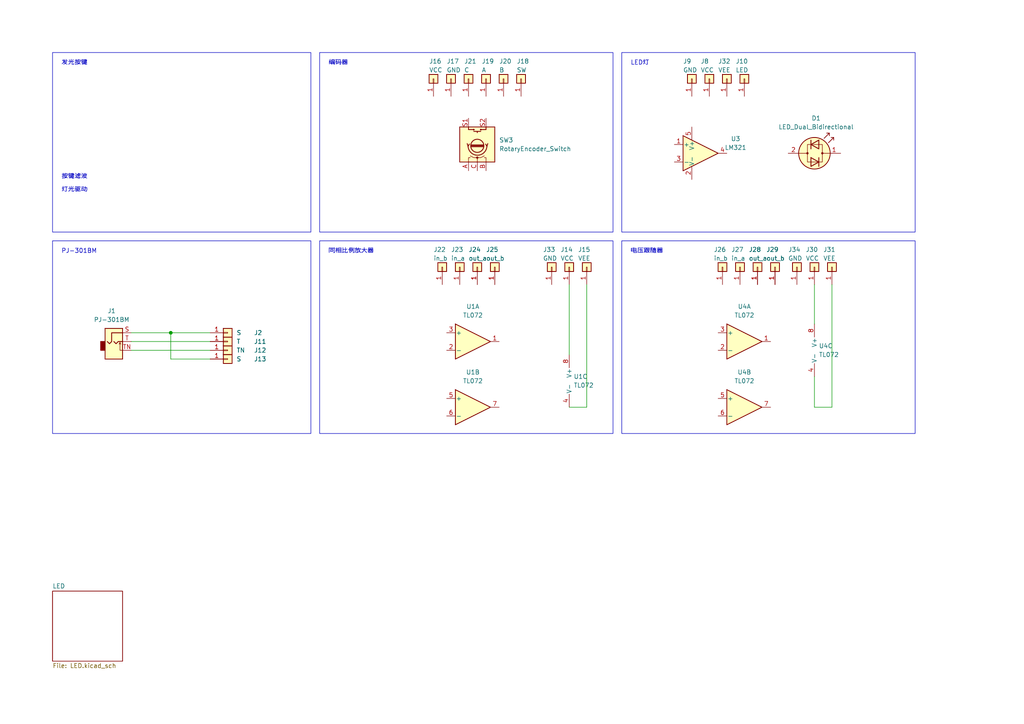
<source format=kicad_sch>
(kicad_sch (version 20230121) (generator eeschema)
  (paper "A4")
  (title_block (title "Encoder") (date "2024-05-11") (rev "laaaaaaaa") (company "noiseoperator"))
  (lib_symbols
    (symbol "Amplifier_Operational:LM321" (pin_names (offset 0.127))
      (property "Reference" "U" (at 0 7.62 0))
      (property "Value" "LM321" (at 0 5.08 0))
      (symbol "LM321_0_1"
        (polyline (pts (xy -5.08 5.08) (xy 5.08 0) (xy -5.08 -5.08) (xy -5.08 5.08)) (stroke (width 0.254)) (fill (type background)))
      )
      (symbol "LM321_1_1"
        (pin input line (at -7.62 2.54 0) (length 2.54) (name "+") (number "1"))
        (pin power_in line (at -2.54 -7.62 90) (length 3.81) (name "V-") (number "2"))
        (pin input line (at -7.62 -2.54 0) (length 2.54) (name "-") (number "3"))
        (pin output line (at 7.62 0 180) (length 2.54) (name "~") (number "4"))
        (pin power_in line (at -2.54 7.62 270) (length 3.81) (name "V+") (number "5"))
      )
    )
    (symbol "Amplifier_Operational:TL072" (pin_names (offset 0.127))
      (property "Reference" "U" (at 0 5.08 0))
      (property "Value" "TL072" (at 0 -5.08 0))
      (symbol "TL072_1_1"
        (polyline (pts (xy -5.08 5.08) (xy 5.08 0) (xy -5.08 -5.08) (xy -5.08 5.08)) (stroke (width 0.254)) (fill (type background)))
        (pin output line (at 7.62 0 180) (length 2.54) (name "~") (number "1"))
        (pin input line (at -7.62 -2.54 0) (length 2.54) (name "-") (number "2"))
        (pin input line (at -7.62 2.54 0) (length 2.54) (name "+") (number "3"))
      )
      (symbol "TL072_2_1"
        (polyline (pts (xy -5.08 5.08) (xy 5.08 0) (xy -5.08 -5.08) (xy -5.08 5.08)) (stroke (width 0.254)) (fill (type background)))
        (pin input line (at -7.62 2.54 0) (length 2.54) (name "+") (number "5"))
        (pin input line (at -7.62 -2.54 0) (length 2.54) (name "-") (number "6"))
        (pin output line (at 7.62 0 180) (length 2.54) (name "~") (number "7"))
      )
      (symbol "TL072_3_1"
        (pin power_in line (at -2.54 -7.62 90) (length 3.81) (name "V-") (number "4"))
        (pin power_in line (at -2.54 7.62 270) (length 3.81) (name "V+") (number "8"))
      )
    )
    (symbol "Connector_Generic:Conn_01x01" (pin_names (offset 1.016) hide)
      (property "Reference" "J" (at 0 2.54 0))
      (property "Value" "Conn_01x01" (at 0 -2.54 0))
      (symbol "Conn_01x01_1_1"
        (rectangle (start -1.27 0.127) (end 0 -0.127) (stroke (width 0.1524)))
        (rectangle (start -1.27 1.27) (end 1.27 -1.27) (stroke (width 0.254)) (fill (type background)))
        (pin passive line (at -5.08 0 0) (length 3.81) (name "Pin_1") (number "1"))
      )
    )
    (symbol "Connector_Generic:Conn_01x03" (pin_names (offset 1.016) hide)
      (property "Reference" "J" (at 0 5.08 0))
      (property "Value" "Conn_01x03" (at 0 -5.08 0))
      (symbol "Conn_01x03_1_1"
        (rectangle (start -1.27 -2.413) (end 0 -2.667) (stroke (width 0.1524)))
        (rectangle (start -1.27 0.127) (end 0 -0.127) (stroke (width 0.1524)))
        (rectangle (start -1.27 2.667) (end 0 2.413) (stroke (width 0.1524)))
        (rectangle (start -1.27 3.81) (end 1.27 -3.81) (stroke (width 0.254)) (fill (type background)))
        (pin passive line (at -5.08 2.54 0) (length 3.81) (name "Pin_1") (number "1"))
        (pin passive line (at -5.08 0 0) (length 3.81) (name "Pin_2") (number "2"))
        (pin passive line (at -5.08 -2.54 0) (length 3.81) (name "Pin_3") (number "3"))
      )
    )
    (symbol "Device:C" (pin_numbers hide) (pin_names (offset 0.254))
      (property "Reference" "C" (at 0.635 2.54 0))
      (property "Value" "C" (at 0.635 -2.54 0))
      (symbol "C_0_1"
        (polyline (pts (xy -2.032 -0.762) (xy 2.032 -0.762)) (stroke (width 0.508)))
        (polyline (pts (xy -2.032 0.762) (xy 2.032 0.762)) (stroke (width 0.508)))
      )
      (symbol "C_1_1"
        (pin passive line (at 0 3.81 270) (length 2.794) (name "~") (number "1"))
        (pin passive line (at 0 -3.81 90) (length 2.794) (name "~") (number "2"))
      )
    )
    (symbol "Device:C_Small" (pin_numbers hide) (pin_names (offset 0.254) hide)
      (property "Reference" "C" (at 0.254 1.778 0))
      (property "Value" "C_Small" (at 0.254 -2.032 0))
      (symbol "C_Small_0_1"
        (polyline (pts (xy -1.524 -0.508) (xy 1.524 -0.508)) (stroke (width 0.3302)))
        (polyline (pts (xy -1.524 0.508) (xy 1.524 0.508)) (stroke (width 0.3048)))
      )
      (symbol "C_Small_1_1"
        (pin passive line (at 0 2.54 270) (length 2.032) (name "~") (number "1"))
        (pin passive line (at 0 -2.54 90) (length 2.032) (name "~") (number "2"))
      )
    )
    (symbol "Device:LED_Dual_Bidirectional" (pin_names (offset 0) hide)
      (property "Reference" "D" (at 0 5.715 0))
      (property "Value" "LED_Dual_Bidirectional" (at 0 -6.35 0))
      (symbol "LED_Dual_Bidirectional_0_1"
        (circle (center -2.032 0) (radius 0.254) (fill (type outline)))
        (polyline (pts (xy -4.572 0) (xy -2.54 0)))
        (polyline (pts (xy -2.032 0) (xy -2.54 0)))
        (polyline (pts (xy -1.016 3.81) (xy -1.016 1.27)) (stroke (width 0.254)))
        (polyline (pts (xy 1.27 -1.27) (xy 1.27 -3.81)) (stroke (width 0.254)))
        (polyline (pts (xy 4.064 0) (xy 2.286 0)) (fill (type outline)))
        (polyline (pts (xy 4.318 5.842) (xy 4.318 5.08)) (stroke (width 0.2032)))
        (polyline (pts (xy 5.588 4.572) (xy 5.588 3.81)) (stroke (width 0.2032)))
        (polyline (pts (xy 2.794 4.318) (xy 4.318 5.842) (xy 3.556 5.842)) (stroke (width 0.2032)))
        (polyline (pts (xy 4.064 3.048) (xy 5.588 4.572) (xy 4.826 4.572)) (stroke (width 0.2032)))
        (polyline (pts (xy -1.016 -1.27) (xy -1.016 -3.81) (xy 1.27 -2.54) (xy -1.016 -1.27)) (stroke (width 0.254)))
        (polyline (pts (xy 1.27 3.81) (xy 1.27 1.27) (xy -1.016 2.54) (xy 1.27 3.81)) (stroke (width 0.254)))
        (polyline (pts (xy 2.286 2.54) (xy -2.032 2.54) (xy -2.032 -2.54) (xy 2.286 -2.54) (xy 2.286 2.54)))
        (circle (center 0 0) (radius 4.572) (stroke (width 0.254)) (fill (type background)))
        (circle (center 2.286 0) (radius 0.254) (fill (type outline)))
      )
      (symbol "LED_Dual_Bidirectional_1_1"
        (pin input line (at 7.62 0 180) (length 3.81) (name "KA") (number "1"))
        (pin input line (at -7.62 0 0) (length 3.048) (name "AK") (number "2"))
      )
    )
    (symbol "Device:R" (pin_numbers hide) (pin_names (offset 0))
      (property "Reference" "R" (at 2.032 0 90))
      (property "Value" "R" (at 0 0 90))
      (symbol "R_0_1"
        (rectangle (start -1.016 -2.54) (end 1.016 2.54) (stroke (width 0.254)))
      )
      (symbol "R_1_1"
        (pin passive line (at 0 3.81 270) (length 1.27) (name "~") (number "1"))
        (pin passive line (at 0 -3.81 90) (length 1.27) (name "~") (number "2"))
      )
    )
    (symbol "Device:R_Small" (pin_numbers hide) (pin_names (offset 0.254) hide)
      (property "Reference" "R" (at 0.762 0.508 0))
      (property "Value" "R_Small" (at 0.762 -1.016 0))
      (symbol "R_Small_0_1"
        (rectangle (start -0.762 1.778) (end 0.762 -1.778) (stroke (width 0.2032)))
      )
      (symbol "R_Small_1_1"
        (pin passive line (at 0 2.54 270) (length 0.762) (name "~") (number "1"))
        (pin passive line (at 0 -2.54 90) (length 0.762) (name "~") (number "2"))
      )
    )
    (symbol "Device:RotaryEncoder_Switch" (pin_names (offset 0.254) hide)
      (property "Reference" "SW" (at 0 6.604 0))
      (property "Value" "RotaryEncoder_Switch" (at 0 -6.604 0))
      (symbol "RotaryEncoder_Switch_0_1"
        (rectangle (start -5.08 5.08) (end 5.08 -5.08) (stroke (width 0.254)) (fill (type background)))
        (circle (center -3.81 0) (radius 0.254) (fill (type outline)))
        (circle (center -0.381 0) (radius 1.905) (stroke (width 0.254)))
        (arc (start -0.381 2.667) (mid -3.0988 -0.0635) (end -0.381 -2.794) (stroke (width 0.254)))
        (polyline (pts (xy -0.635 -1.778) (xy -0.635 1.778)) (stroke (width 0.254)))
        (polyline (pts (xy -0.381 -1.778) (xy -0.381 1.778)) (stroke (width 0.254)))
        (polyline (pts (xy -0.127 1.778) (xy -0.127 -1.778)) (stroke (width 0.254)))
        (polyline (pts (xy 3.81 0) (xy 3.429 0)) (stroke (width 0.254)))
        (polyline (pts (xy 3.81 1.016) (xy 3.81 -1.016)) (stroke (width 0.254)))
        (polyline (pts (xy -5.08 -2.54) (xy -3.81 -2.54) (xy -3.81 -2.032)))
        (polyline (pts (xy -5.08 2.54) (xy -3.81 2.54) (xy -3.81 2.032)))
        (polyline (pts (xy 0.254 -3.048) (xy -0.508 -2.794) (xy 0.127 -2.413)) (stroke (width 0.254)))
        (polyline (pts (xy 0.254 2.921) (xy -0.508 2.667) (xy 0.127 2.286)) (stroke (width 0.254)))
        (polyline (pts (xy 5.08 -2.54) (xy 4.318 -2.54) (xy 4.318 -1.016)) (stroke (width 0.254)))
        (polyline (pts (xy 5.08 2.54) (xy 4.318 2.54) (xy 4.318 1.016)) (stroke (width 0.254)))
        (polyline (pts (xy -5.08 0) (xy -3.81 0) (xy -3.81 -1.016) (xy -3.302 -2.032)))
        (polyline (pts (xy -4.318 0) (xy -3.81 0) (xy -3.81 1.016) (xy -3.302 2.032)))
        (circle (center 4.318 -1.016) (radius 0.127) (stroke (width 0.254)))
        (circle (center 4.318 1.016) (radius 0.127) (stroke (width 0.254)))
      )
      (symbol "RotaryEncoder_Switch_1_1"
        (pin passive line (at -7.62 2.54 0) (length 2.54) (name "A") (number "A"))
        (pin passive line (at -7.62 -2.54 0) (length 2.54) (name "B") (number "B"))
        (pin passive line (at -7.62 0 0) (length 2.54) (name "C") (number "C"))
        (pin passive line (at 7.62 2.54 180) (length 2.54) (name "S1") (number "S1"))
        (pin passive line (at 7.62 -2.54 180) (length 2.54) (name "S2") (number "S2"))
      )
    )
    (symbol "Eurorack:PJ-301BM"
      (property "Reference" "J" (at 0 8.89 0))
      (property "Value" "PJ-301BM" (at 0 6.35 0))
      (symbol "PJ-301BM_0_1"
        (rectangle (start -2.54 0) (end -3.81 -2.54) (stroke (width 0.254)) (fill (type outline)))
        (polyline (pts (xy 1.778 -0.254) (xy 2.032 -0.762)))
        (polyline (pts (xy 0 0) (xy 0.635 -0.635) (xy 1.27 0) (xy 2.54 0)) (stroke (width 0.254)))
        (polyline (pts (xy 2.54 -2.54) (xy 1.778 -2.54) (xy 1.778 -0.254) (xy 1.524 -0.762)))
        (polyline (pts (xy 2.54 2.54) (xy -0.635 2.54) (xy -0.635 0) (xy -1.27 -0.635) (xy -1.905 0)) (stroke (width 0.254)))
        (rectangle (start 2.54 3.81) (end -2.54 -5.08) (stroke (width 0.254)) (fill (type background)))
      )
      (symbol "PJ-301BM_1_1"
        (pin passive line (at 5.08 2.54 180) (length 2.54) (name "~") (number "S"))
        (pin passive line (at 5.08 0 180) (length 2.54) (name "~") (number "T"))
        (pin passive line (at 5.08 -2.54 180) (length 2.54) (name "~") (number "TN"))
      )
    )
    (symbol "Eurorack:SW_LED" (pin_names (offset 1.016) hide)
      (property "Reference" "SW" (at 0.635 5.715 0))
      (property "Value" "SW_LED" (at 0 -3.175 0))
      (symbol "SW_LED_0_0"
        (polyline (pts (xy -3.81 -1.905) (xy -2.54 -0.635)))
        (polyline (pts (xy -2.54 -1.905) (xy -1.27 -0.635)))
        (polyline (pts (xy -2.54 0) (xy 2.54 0)))
        (polyline (pts (xy -0.635 1.27) (xy -0.635 -1.27)))
        (polyline (pts (xy -3.81 -1.27) (xy -3.81 -1.905) (xy -3.175 -1.905)))
        (polyline (pts (xy -2.54 -1.27) (xy -2.54 -1.905) (xy -1.905 -1.905)))
        (polyline (pts (xy -0.635 0) (xy 1.27 1.27) (xy 1.27 -1.27) (xy -0.635 0)) (fill (type outline)))
      )
      (symbol "SW_LED_0_1"
        (circle (center -2.032 2.54) (radius 0.508))
        (polyline (pts (xy -1.524 2.794) (xy 2.032 4.318)))
        (circle (center 2.032 2.54) (radius 0.508))
        (pin passive line (at -5.08 2.54 0) (length 2.54) (name "1") (number "1"))
        (pin passive line (at 5.08 2.54 180) (length 2.54) (name "2") (number "2"))
        (pin passive line (at -5.08 0 0) (length 2.54) (name "K") (number "3"))
        (pin passive line (at 5.08 0 180) (length 2.54) (name "A") (number "4"))
      )
    )
    (symbol "Switch:SW_Push" (pin_numbers hide) (pin_names (offset 1.016) hide)
      (property "Reference" "SW" (at 1.27 2.54 0))
      (property "Value" "SW_Push" (at 0 -1.524 0))
      (symbol "SW_Push_0_1"
        (circle (center -2.032 0) (radius 0.508))
        (polyline (pts (xy 0 1.27) (xy 0 3.048)))
        (polyline (pts (xy 2.54 1.27) (xy -2.54 1.27)))
        (circle (center 2.032 0) (radius 0.508))
        (pin passive line (at -5.08 0 0) (length 2.54) (name "1") (number "1"))
        (pin passive line (at 5.08 0 180) (length 2.54) (name "2") (number "2"))
      )
    )
    (symbol "power:GND" (power) (pin_names (offset 0))
      (property "Value" "GND" (at 0 -3.81 0))
      (symbol "GND_0_1"
        (polyline (pts (xy 0 0) (xy 0 -1.27) (xy 1.27 -1.27) (xy 0 -2.54) (xy -1.27 -1.27) (xy 0 -1.27)))
      )
      (symbol "GND_1_1"
        (pin power_in line (at 0 0 270) (length 0) hide (name "GND") (number "1"))
      )
    )
    (symbol "power:VCC" (power) (pin_names (offset 0))
      (property "Value" "VCC" (at 0 3.81 0))
      (symbol "VCC_0_1"
        (polyline (pts (xy -0.762 1.27) (xy 0 2.54)))
        (polyline (pts (xy 0 0) (xy 0 2.54)))
        (polyline (pts (xy 0 2.54) (xy 0.762 1.27)))
      )
      (symbol "VCC_1_1"
        (pin power_in line (at 0 0 90) (length 0) hide (name "VCC") (number "1"))
      )
    )
  )
  (junction (at -48.26 105.41))
  (junction (at -36.83 105.41))
  (junction (at 237.49 257.81))
  (junction (at -69.85 105.41))
  (junction (at 223.52 257.81))
  (junction (at 49.53 96.52))
  (junction (at -55.88 73.66))
  (junction (at -85.09 105.41))
  (junction (at -55.88 53.34))
  (junction (at 198.12 248.92))
  (wire (pts (xy 198.12 257.81) (xy 207.01 257.81)))
  (wire (pts (xy 223.52 257.81) (xy 223.52 262.89)))
  (wire (pts (xy -85.09 124.46) (xy -36.83 124.46)))
  (wire (pts (xy 260.35 262.89) (xy 262.89 262.89)))
  (wire (pts (xy -48.26 73.66) (xy -48.26 82.55)))
  (wire (pts (xy -50.8 105.41) (xy -48.26 105.41)))
  (wire (pts (xy 60.96 104.14) (xy 49.53 104.14)))
  (wire (pts (xy 236.22 109.22) (xy 236.22 118.11)))
  (wire (pts (xy 241.3 118.11) (xy 236.22 118.11)))
  (wire (pts (xy -55.88 73.66) (xy -55.88 72.39)))
  (wire (pts (xy -85.09 105.41) (xy -85.09 111.76)))
  (wire (pts (xy 255.27 260.35) (xy 255.27 257.81)))
  (wire (pts (xy 223.52 270.51) (xy 223.52 274.32)))
  (wire (pts (xy -55.88 73.66) (xy -55.88 74.93)))
  (wire (pts (xy -60.96 67.31) (xy -74.93 67.31)))
  (wire (pts (xy 170.18 118.11) (xy 165.1 118.11)))
  (wire (pts (xy -36.83 105.41) (xy -21.59 105.41)))
  (wire (pts (xy -55.88 53.34) (xy -55.88 57.15)))
  (wire (pts (xy 262.89 260.35) (xy 255.27 260.35)))
  (wire (pts (xy 262.89 248.92) (xy 198.12 248.92)))
  (wire (pts (xy 237.49 257.81) (xy 237.49 262.89)))
  (wire (pts (xy -55.88 73.66) (xy -48.26 73.66)))
  (wire (pts (xy 241.3 82.55) (xy 241.3 118.11)))
  (wire (pts (xy -92.71 62.23) (xy -85.09 62.23)))
  (wire (pts (xy -74.93 67.31) (xy -74.93 107.95)))
  (wire (pts (xy -55.88 49.53) (xy -55.88 53.34)))
  (wire (pts (xy -60.96 105.41) (xy -69.85 105.41)))
  (wire (pts (xy 38.1 96.52) (xy 49.53 96.52)))
  (wire (pts (xy -92.71 105.41) (xy -85.09 105.41)))
  (wire (pts (xy -24.13 64.77) (xy -45.72 64.77)))
  (wire (pts (xy 170.18 82.55) (xy 170.18 118.11)))
  (wire (pts (xy 49.53 104.14) (xy 49.53 96.52)))
  (wire (pts (xy -36.83 53.34) (xy -55.88 53.34)))
  (wire (pts (xy -24.13 107.95) (xy -24.13 64.77)))
  (wire (pts (xy -85.09 116.84) (xy -85.09 124.46)))
  (wire (pts (xy -36.83 87.63) (xy -36.83 105.41)))
  (wire (pts (xy -50.8 107.95) (xy -24.13 107.95)))
  (wire (pts (xy -36.83 105.41) (xy -36.83 124.46)))
  (wire (pts (xy 223.52 257.81) (xy 237.49 257.81)))
  (wire (pts (xy -48.26 105.41) (xy -36.83 105.41)))
  (wire (pts (xy -80.01 62.23) (xy -60.96 62.23)))
  (wire (pts (xy 198.12 247.65) (xy 198.12 248.92)))
  (wire (pts (xy 38.1 99.06) (xy 60.96 99.06)))
  (wire (pts (xy 198.12 248.92) (xy 198.12 257.81)))
  (wire (pts (xy -85.09 105.41) (xy -69.85 105.41)))
  (wire (pts (xy 49.53 96.52) (xy 60.96 96.52)))
  (wire (pts (xy 236.22 82.55) (xy 236.22 93.98)))
  (wire (pts (xy -69.85 105.41) (xy -69.85 87.63)))
  (wire (pts (xy 38.1 101.6) (xy 60.96 101.6)))
  (wire (pts (xy 165.1 82.55) (xy 165.1 102.87)))
  (wire (pts (xy 262.89 257.81) (xy 262.89 248.92)))
  (wire (pts (xy -36.83 82.55) (xy -36.83 53.34)))
  (wire (pts (xy -69.85 82.55) (xy -69.85 53.34)))
  (wire (pts (xy 237.49 257.81) (xy 255.27 257.81)))
  (wire (pts (xy -69.85 53.34) (xy -55.88 53.34)))
  (wire (pts (xy -74.93 107.95) (xy -60.96 107.95)))
  (wire (pts (xy 237.49 270.51) (xy 237.49 274.32)))
  (wire (pts (xy 260.35 262.89) (xy 260.35 274.32)))
  (wire (pts (xy 217.17 257.81) (xy 223.52 257.81)))
  (wire (pts (xy -48.26 87.63) (xy -48.26 105.41)))
  (rectangle (start 15.24 69.85) (end 90.17 125.73))
  (rectangle (start 92.71 15.24) (end 177.8 67.31))
  (rectangle (start 93.98 232.41) (end 157.48 278.13))
  (rectangle (start 15.24 15.24) (end 90.17 67.31))
  (rectangle (start 182.88 234.95) (end 283.21 281.94))
  (rectangle (start 180.34 69.85) (end 265.43 125.73))
  (rectangle (start 293.37 228.6) (end 356.87 274.32))
  (rectangle (start 92.71 69.85) (end 177.8 125.73))
  (rectangle (start 180.34 15.24) (end 265.43 67.31))
  (text "按键滤波" (at 17.78 52.07 0) (effects (font (size 1.27 1.27)) (justify left bottom)))
  (text "发光按键" (at 17.78 19.05 0) (effects (font (size 1.27 1.27)) (justify left bottom)))
  (text "编码器" (at 95.25 19.05 0) (effects (font (size 1.27 1.27)) (justify left bottom)))
  (text "LED灯" (at 182.88 19.05 0) (effects (font (size 1.27 1.27)) (justify left bottom)))
  (text "同相比例放大器" (at 95.25 73.66 0) (effects (font (size 1.27 1.27)) (justify left bottom)))
  (text "拨动开关" (at 104.14 251.46 0) (effects (font (size 1.27 1.27)) (justify left bottom)))
  (text "PJ-301BM" (at 17.78 73.66 0) (effects (font (size 1.27 1.27)) (justify left bottom)))
  (text "电压跟随器" (at 182.88 73.66 0) (effects (font (size 1.27 1.27)) (justify left bottom)))
  (text "按键" (at 187.96 240.03 0) (effects (font (size 1.27 1.27)) (justify left bottom)))
  (text "灯光驱动" (at 17.78 55.88 0) (effects (font (size 1.27 1.27)) (justify left bottom)))
  (text "电位器" (at 303.53 247.65 0) (effects (font (size 1.27 1.27)) (justify left bottom)))
  (symbol (lib_id "Connector_Generic:Conn_01x01") (at 125.73 22.86 90) (unit 1)
    (property "Reference" "J16" (at 124.46 17.78 90) (effects (justify right)))
    (property "Value" "VCC" (at 124.46 20.32 90) (effects (justify right)))
  )
  (symbol (lib_id "Connector_Generic:Conn_01x01") (at 205.74 22.86 90) (unit 1)
    (property "Reference" "J8" (at 203.2 17.78 90) (effects (justify right)))
    (property "Value" "VCC" (at 203.2 20.32 90) (effects (justify right)))
  )
  (symbol (lib_id "Connector_Generic:Conn_01x01") (at 231.14 77.47 90) (unit 1)
    (property "Reference" "J34" (at 228.6 72.39 90) (effects (justify right)))
    (property "Value" "GND" (at 228.6 74.93 90) (effects (justify right)))
  )
  (symbol (lib_id "Connector_Generic:Conn_01x01") (at 135.89 22.86 90) (unit 1)
    (property "Reference" "J21" (at 134.62 17.78 90) (effects (justify right)))
    (property "Value" "C" (at 134.62 20.32 90) (effects (justify right)))
  )
  (symbol (lib_id "Connector_Generic:Conn_01x01") (at 133.35 77.47 90) (unit 1)
    (property "Reference" "J23" (at 130.81 72.39 90) (effects (justify right)))
    (property "Value" "in_a" (at 130.81 74.93 90) (effects (justify right)))
  )
  (symbol (lib_id "Amplifier_Operational:TL072") (at 238.76 101.6 0) (unit 3)
    (property "Reference" "U4" (at 237.49 100.33 0) (effects (justify left)))
    (property "Value" "TL072" (at 237.49 102.87 0) (effects (justify left)))
    (property "Datasheet" "http://www.ti.com/lit/ds/symlink/tl071.pdf" (effects hide))
  )
  (symbol (lib_id "Connector_Generic:Conn_01x01") (at 66.04 104.14 0) (unit 1)
    (property "Reference" "J13" (at 73.66 104.14 0) (effects (justify left)))
    (property "Value" "S" (at 68.58 104.14 0) (effects (justify left)))
  )
  (symbol (lib_id "Device:C_Small") (at -48.26 85.09 0) (unit 1)
    (property "Reference" "C3" (at -44.45 83.8263 0) (effects (justify left)))
    (property "Value" "0.1uf" (at -44.45 86.3663 0) (effects (justify left)))
  )
  (symbol (lib_id "Device:C_Small") (at -36.83 85.09 0) (unit 1)
    (property "Reference" "C1" (at -33.02 83.8263 0) (effects (justify left)))
    (property "Value" "0.1uf" (at -33.02 86.3663 0) (effects (justify left)))
  )
  (symbol (lib_id "Eurorack:PJ-301BM") (at 33.02 99.06 0) (unit 1)
    (property "Reference" "J1" (at 32.385 90.17 0))
    (property "Value" "PJ-301BM" (at 32.385 92.71 0))
    (property "Footprint" "Eurorack:PJ-301BM" (effects hide))
  )
  (symbol (lib_id "Connector_Generic:Conn_01x01") (at 219.71 77.47 90) (unit 1)
    (property "Reference" "J28" (at 217.17 72.39 90) (effects (justify right)))
    (property "Value" "out_a" (at 217.17 74.93 90) (effects (justify right)))
  )
  (symbol (lib_id "power:GND") (at 237.49 274.32 0) (unit 1)
    (property "Reference" "#PWR05" (effects hide))
    (property "Value" "GND" (at 237.49 279.4 0))
  )
  (symbol (lib_id "Device:LED_Dual_Bidirectional") (at 236.22 44.45 0) (unit 1)
    (property "Reference" "D1" (at 236.7153 34.29 0))
    (property "Value" "LED_Dual_Bidirectional" (at 236.7153 36.83 0))
  )
  (symbol (lib_id "Connector_Generic:Conn_01x01") (at -55.88 80.01 270) (unit 1)
    (property "Reference" "J35" (at -53.34 85.09 90) (effects (justify right)))
    (property "Value" "VEE" (at -53.34 82.55 90) (effects (justify right)))
  )
  (symbol (lib_id "Connector_Generic:Conn_01x01") (at 236.22 77.47 90) (unit 1)
    (property "Reference" "J30" (at 233.68 72.39 90) (effects (justify right)))
    (property "Value" "VCC" (at 233.68 74.93 90) (effects (justify right)))
  )
  (symbol (lib_id "Device:R_Small") (at -82.55 62.23 90) (unit 1)
    (property "Reference" "R8" (at -82.55 57.15 90))
    (property "Value" "10k" (at -82.55 59.69 90))
  )
  (symbol (lib_id "Connector_Generic:Conn_01x01") (at 210.82 22.86 90) (unit 1)
    (property "Reference" "J32" (at 208.28 17.78 90) (effects (justify right)))
    (property "Value" "VEE" (at 208.28 20.32 90) (effects (justify right)))
  )
  (symbol (lib_id "Connector_Generic:Conn_01x01") (at 200.66 22.86 90) (unit 1)
    (property "Reference" "J9" (at 198.12 17.78 90) (effects (justify right)))
    (property "Value" "GND" (at 198.12 20.32 90) (effects (justify right)))
  )
  (symbol (lib_id "Connector_Generic:Conn_01x01") (at 143.51 77.47 90) (unit 1)
    (property "Reference" "J25" (at 140.97 72.39 90) (effects (justify right)))
    (property "Value" "out_b" (at 140.97 74.93 90) (effects (justify right)))
  )
  (symbol (lib_id "Amplifier_Operational:TL072") (at 215.9 118.11 0) (unit 2)
    (property "Reference" "U4" (at 215.9 107.95 0))
    (property "Value" "TL072" (at 215.9 110.49 0))
    (property "Datasheet" "http://www.ti.com/lit/ds/symlink/tl071.pdf" (effects hide))
  )
  (symbol (lib_id "Connector_Generic:Conn_01x01") (at 160.02 77.47 90) (unit 1)
    (property "Reference" "J33" (at 157.48 72.39 90) (effects (justify right)))
    (property "Value" "GND" (at 157.48 74.93 90) (effects (justify right)))
  )
  (symbol (lib_id "Switch:SW_Push") (at 212.09 257.81 0) (unit 1)
    (property "Reference" "SW2" (at 212.09 250.19 0))
    (property "Value" "SW_Push" (at 212.09 252.73 0))
  )
  (symbol (lib_id "Connector_Generic:Conn_01x01") (at 66.04 101.6 0) (unit 1)
    (property "Reference" "J12" (at 73.66 101.6 0) (effects (justify left)))
    (property "Value" "TN" (at 68.58 101.6 0) (effects (justify left)))
  )
  (symbol (lib_id "Connector_Generic:Conn_01x01") (at 130.81 22.86 90) (unit 1)
    (property "Reference" "J17" (at 129.54 17.78 90) (effects (justify right)))
    (property "Value" "GND" (at 129.54 20.32 90) (effects (justify right)))
  )
  (symbol (lib_id "Connector_Generic:Conn_01x01") (at -97.79 105.41 180) (unit 1)
    (property "Reference" "J6" (at -102.87 106.68 90) (effects (justify right)))
    (property "Value" "SW" (at -100.33 106.68 90) (effects (justify right)))
  )
  (symbol (lib_id "Device:C") (at 237.49 266.7 0) (unit 1)
    (property "Reference" "C2" (at 241.3 265.43 0) (effects (justify left)))
    (property "Value" "0.1uf" (at 241.3 267.97 0) (effects (justify left)))
  )
  (symbol (lib_id "Device:R") (at 223.52 266.7 0) (unit 1)
    (property "Reference" "R2" (at 226.06 265.43 0) (effects (justify left)))
    (property "Value" "50k" (at 226.06 267.97 0) (effects (justify left)))
  )
  (symbol (lib_id "Connector_Generic:Conn_01x01") (at 66.04 99.06 0) (unit 1)
    (property "Reference" "J11" (at 73.66 99.06 0) (effects (justify left)))
    (property "Value" "T" (at 68.58 99.06 0) (effects (justify left)))
  )
  (symbol (lib_id "Amplifier_Operational:TL072") (at 167.64 110.49 0) (unit 3)
    (property "Reference" "U1" (at 166.37 109.22 0) (effects (justify left)))
    (property "Value" "TL072" (at 166.37 111.76 0) (effects (justify left)))
    (property "Datasheet" "http://www.ti.com/lit/ds/symlink/tl071.pdf" (effects hide))
  )
  (symbol (lib_id "Connector_Generic:Conn_01x01") (at 241.3 77.47 90) (unit 1)
    (property "Reference" "J31" (at 238.76 72.39 90) (effects (justify right)))
    (property "Value" "VEE" (at 238.76 74.93 90) (effects (justify right)))
  )
  (symbol (lib_id "Connector_Generic:Conn_01x01") (at -16.51 105.41 0) (unit 1)
    (property "Reference" "J5" (at -11.43 104.14 90) (effects (justify right)))
    (property "Value" "GND" (at -13.97 104.14 90) (effects (justify right)))
  )
  (symbol (lib_id "Connector_Generic:Conn_01x03") (at 267.97 260.35 0) (unit 1)
    (property "Reference" "J3" (at 270.51 259.08 0) (effects (justify left)))
    (property "Value" "Conn_01x03" (at 270.51 261.62 0) (effects (justify left)))
    (property "Footprint" "Connector_PinHeader_2.54mm:PinHeader_1x03_P2.54mm_Vertical" (effects hide))
  )
  (symbol (lib_id "power:VCC") (at 198.12 247.65 0) (unit 1)
    (property "Reference" "#PWR03" (effects hide))
    (property "Value" "VCC" (at 198.12 242.57 0))
  )
  (symbol (lib_id "Amplifier_Operational:TL072") (at 137.16 99.06 0) (unit 1)
    (property "Reference" "U1" (at 137.16 88.9 0))
    (property "Value" "TL072" (at 137.16 91.44 0))
    (property "Datasheet" "http://www.ti.com/lit/ds/symlink/tl071.pdf" (effects hide))
  )
  (symbol (lib_id "Connector_Generic:Conn_01x01") (at 214.63 77.47 90) (unit 1)
    (property "Reference" "J27" (at 212.09 72.39 90) (effects (justify right)))
    (property "Value" "in_a" (at 212.09 74.93 90) (effects (justify right)))
  )
  (symbol (lib_id "Amplifier_Operational:TL072") (at 137.16 118.11 0) (unit 2)
    (property "Reference" "U1" (at 137.16 107.95 0))
    (property "Value" "TL072" (at 137.16 110.49 0))
    (property "Datasheet" "http://www.ti.com/lit/ds/symlink/tl071.pdf" (effects hide))
  )
  (symbol (lib_id "Connector_Generic:Conn_01x01") (at 128.27 77.47 90) (unit 1)
    (property "Reference" "J22" (at 125.73 72.39 90) (effects (justify right)))
    (property "Value" "in_b" (at 125.73 74.93 90) (effects (justify right)))
  )
  (symbol (lib_id "Amplifier_Operational:TL072") (at 215.9 99.06 0) (unit 1)
    (property "Reference" "U4" (at 215.9 88.9 0))
    (property "Value" "TL072" (at 215.9 91.44 0))
    (property "Datasheet" "http://www.ti.com/lit/ds/symlink/tl071.pdf" (effects hide))
  )
  (symbol (lib_id "Device:C_Small") (at -85.09 114.3 0) (unit 1)
    (property "Reference" "C4" (at -81.28 113.0363 0) (effects (justify left)))
    (property "Value" "0.1uf" (at -81.28 115.5763 0) (effects (justify left)))
  )
  (symbol (lib_id "Connector_Generic:Conn_01x01") (at 215.9 22.86 90) (unit 1)
    (property "Reference" "J10" (at 213.36 17.78 90) (effects (justify right)))
    (property "Value" "LED" (at 213.36 20.32 90) (effects (justify right)))
  )
  (symbol (lib_id "Connector_Generic:Conn_01x01") (at 151.13 22.86 90) (unit 1)
    (property "Reference" "J18" (at 149.86 17.78 90) (effects (justify right)))
    (property "Value" "SW" (at 149.86 20.32 90) (effects (justify right)))
  )
  (symbol (lib_id "Eurorack:SW_LED") (at -55.88 107.95 0) (unit 1)
    (property "Reference" "SW1" (at -56.515 99.06 0))
    (property "Value" "SW_LED" (at -56.515 101.6 0))
    (property "Footprint" "Eurorack:Button_LED" (effects hide))
  )
  (symbol (lib_id "Device:RotaryEncoder_Switch") (at 138.43 41.91 90) (unit 1)
    (property "Reference" "SW3" (at 144.78 40.64 90) (effects (justify right)))
    (property "Value" "RotaryEncoder_Switch" (at 144.78 43.18 90) (effects (justify right)))
  )
  (symbol (lib_id "Connector_Generic:Conn_01x01") (at 170.18 77.47 90) (unit 1)
    (property "Reference" "J15" (at 167.64 72.39 90) (effects (justify right)))
    (property "Value" "VEE" (at 167.64 74.93 90) (effects (justify right)))
  )
  (symbol (lib_id "Connector_Generic:Conn_01x01") (at 165.1 77.47 90) (unit 1)
    (property "Reference" "J14" (at 162.56 72.39 90) (effects (justify right)))
    (property "Value" "VCC" (at 162.56 74.93 90) (effects (justify right)))
  )
  (symbol (lib_id "Connector_Generic:Conn_01x01") (at 140.97 22.86 90) (unit 1)
    (property "Reference" "J19" (at 139.7 17.78 90) (effects (justify right)))
    (property "Value" "A" (at 139.7 20.32 90) (effects (justify right)))
  )
  (symbol (lib_id "Connector_Generic:Conn_01x01") (at 66.04 96.52 0) (unit 1)
    (property "Reference" "J2" (at 73.66 96.52 0) (effects (justify left)))
    (property "Value" "S" (at 68.58 96.52 0) (effects (justify left)))
  )
  (symbol (lib_id "Connector_Generic:Conn_01x01") (at 146.05 22.86 90) (unit 1)
    (property "Reference" "J20" (at 144.78 17.78 90) (effects (justify right)))
    (property "Value" "B" (at 144.78 20.32 90) (effects (justify right)))
  )
  (symbol (lib_id "power:GND") (at 260.35 274.32 0) (unit 1)
    (property "Reference" "#PWR06" (effects hide))
    (property "Value" "GND" (at 260.35 279.4 0))
  )
  (symbol (lib_id "power:GND") (at 223.52 274.32 0) (unit 1)
    (property "Reference" "#PWR04" (effects hide))
    (property "Value" "GND" (at 223.52 279.4 0))
  )
  (symbol (lib_id "Amplifier_Operational:LM321") (at 203.2 44.45 0) (unit 1)
    (property "Reference" "U3" (at 213.36 40.2591 0))
    (property "Value" "LM321" (at 213.36 42.7991 0))
    (property "Footprint" "Package_TO_SOT_SMD:SOT-23-5" (effects hide))
    (property "Datasheet" "http://www.ti.com/lit/ds/symlink/lm321.pdf" (effects hide))
  )
  (symbol (lib_id "Connector_Generic:Conn_01x01") (at 138.43 77.47 90) (unit 1)
    (property "Reference" "J24" (at 135.89 72.39 90) (effects (justify right)))
    (property "Value" "out_a" (at 135.89 74.93 90) (effects (justify right)))
  )
  (symbol (lib_id "Connector_Generic:Conn_01x01") (at 224.79 77.47 90) (unit 1)
    (property "Reference" "J29" (at 222.25 72.39 90) (effects (justify right)))
    (property "Value" "out_b" (at 222.25 74.93 90) (effects (justify right)))
  )
  (symbol (lib_id "Connector_Generic:Conn_01x01") (at -55.88 44.45 90) (unit 1)
    (property "Reference" "J4" (at -57.15 39.37 90) (effects (justify right)))
    (property "Value" "VCC" (at -57.15 41.91 90) (effects (justify right)))
  )
  (symbol (lib_id "Amplifier_Operational:LM321") (at -53.34 64.77 0) (unit 1)
    (property "Reference" "U2" (at -43.18 60.5791 0))
    (property "Value" "LM321" (at -43.18 63.1191 0))
    (property "Footprint" "Package_TO_SOT_SMD:SOT-23-5" (effects hide))
    (property "Datasheet" "http://www.ti.com/lit/ds/symlink/lm321.pdf" (effects hide))
  )
  (symbol (lib_id "Connector_Generic:Conn_01x01") (at 209.55 77.47 90) (unit 1)
    (property "Reference" "J26" (at 207.01 72.39 90) (effects (justify right)))
    (property "Value" "in_b" (at 207.01 74.93 90) (effects (justify right)))
  )
  (symbol (lib_id "Device:R_Small") (at -69.85 85.09 0) (unit 1)
    (property "Reference" "R1" (at -66.04 83.82 0) (effects (justify left)))
    (property "Value" "10k" (at -66.04 86.36 0) (effects (justify left)))
  )
  (symbol (lib_id "Connector_Generic:Conn_01x01") (at -97.79 62.23 180) (unit 1)
    (property "Reference" "J7" (at -99.06 57.15 0) (effects (justify right)))
    (property "Value" "LED" (at -99.06 59.69 0) (effects (justify right)))
  )
  (sheet (at 15.24 171.45) (size 20.32 20.32) (stroke (width 0.1524))
    (property "Sheetname" "LED" (at 15.24 170.7384 0) (effects (justify left bottom)))
    (property "Sheetfile" "LED.kicad_sch" (at 15.24 192.3546 0) (effects (justify left top)))
  )
)
</source>
